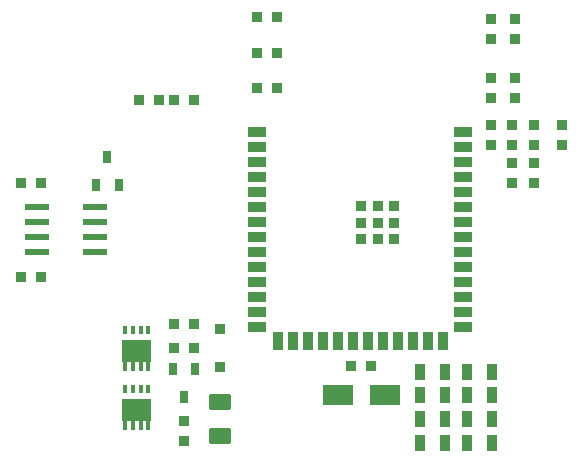
<source format=gbp>
G04*
G04 #@! TF.GenerationSoftware,Altium Limited,Altium Designer,23.4.1 (23)*
G04*
G04 Layer_Color=128*
%FSLAX44Y44*%
%MOMM*%
G71*
G04*
G04 #@! TF.SameCoordinates,BCA9E1CE-4A97-460D-BDD0-9E38B293511F*
G04*
G04*
G04 #@! TF.FilePolarity,Positive*
G04*
G01*
G75*
G04:AMPARAMS|DCode=36|XSize=0.9mm|YSize=0.8mm|CornerRadius=0.06mm|HoleSize=0mm|Usage=FLASHONLY|Rotation=180.000|XOffset=0mm|YOffset=0mm|HoleType=Round|Shape=RoundedRectangle|*
%AMROUNDEDRECTD36*
21,1,0.9000,0.6800,0,0,180.0*
21,1,0.7800,0.8000,0,0,180.0*
1,1,0.1200,-0.3900,0.3400*
1,1,0.1200,0.3900,0.3400*
1,1,0.1200,0.3900,-0.3400*
1,1,0.1200,-0.3900,-0.3400*
%
%ADD36ROUNDEDRECTD36*%
G04:AMPARAMS|DCode=39|XSize=0.9mm|YSize=0.8mm|CornerRadius=0.06mm|HoleSize=0mm|Usage=FLASHONLY|Rotation=270.000|XOffset=0mm|YOffset=0mm|HoleType=Round|Shape=RoundedRectangle|*
%AMROUNDEDRECTD39*
21,1,0.9000,0.6800,0,0,270.0*
21,1,0.7800,0.8000,0,0,270.0*
1,1,0.1200,-0.3400,-0.3900*
1,1,0.1200,-0.3400,0.3900*
1,1,0.1200,0.3400,0.3900*
1,1,0.1200,0.3400,-0.3900*
%
%ADD39ROUNDEDRECTD39*%
%ADD98R,1.5000X0.9000*%
%ADD99R,0.9000X1.5000*%
%ADD100R,0.9000X0.9000*%
G04:AMPARAMS|DCode=101|XSize=0.6mm|YSize=1.05mm|CornerRadius=0.045mm|HoleSize=0mm|Usage=FLASHONLY|Rotation=0.000|XOffset=0mm|YOffset=0mm|HoleType=Round|Shape=RoundedRectangle|*
%AMROUNDEDRECTD101*
21,1,0.6000,0.9600,0,0,0.0*
21,1,0.5100,1.0500,0,0,0.0*
1,1,0.0900,0.2550,-0.4800*
1,1,0.0900,-0.2550,-0.4800*
1,1,0.0900,-0.2550,0.4800*
1,1,0.0900,0.2550,0.4800*
%
%ADD101ROUNDEDRECTD101*%
G04:AMPARAMS|DCode=102|XSize=0.5334mm|YSize=1.9812mm|CornerRadius=0.0667mm|HoleSize=0mm|Usage=FLASHONLY|Rotation=90.000|XOffset=0mm|YOffset=0mm|HoleType=Round|Shape=RoundedRectangle|*
%AMROUNDEDRECTD102*
21,1,0.5334,1.8479,0,0,90.0*
21,1,0.4001,1.9812,0,0,90.0*
1,1,0.1333,0.9239,0.2000*
1,1,0.1333,0.9239,-0.2000*
1,1,0.1333,-0.9239,-0.2000*
1,1,0.1333,-0.9239,0.2000*
%
%ADD102ROUNDEDRECTD102*%
%ADD103R,0.9500X0.9000*%
G04:AMPARAMS|DCode=104|XSize=1.34mm|YSize=1.8mm|CornerRadius=0.067mm|HoleSize=0mm|Usage=FLASHONLY|Rotation=270.000|XOffset=0mm|YOffset=0mm|HoleType=Round|Shape=RoundedRectangle|*
%AMROUNDEDRECTD104*
21,1,1.3400,1.6660,0,0,270.0*
21,1,1.2060,1.8000,0,0,270.0*
1,1,0.1340,-0.8330,-0.6030*
1,1,0.1340,-0.8330,0.6030*
1,1,0.1340,0.8330,0.6030*
1,1,0.1340,0.8330,-0.6030*
%
%ADD104ROUNDEDRECTD104*%
%ADD105R,0.4200X0.8000*%
%ADD106R,0.4200X0.8128*%
G04:AMPARAMS|DCode=107|XSize=0.9mm|YSize=1.4mm|CornerRadius=0.0675mm|HoleSize=0mm|Usage=FLASHONLY|Rotation=0.000|XOffset=0mm|YOffset=0mm|HoleType=Round|Shape=RoundedRectangle|*
%AMROUNDEDRECTD107*
21,1,0.9000,1.2650,0,0,0.0*
21,1,0.7650,1.4000,0,0,0.0*
1,1,0.1350,0.3825,-0.6325*
1,1,0.1350,-0.3825,-0.6325*
1,1,0.1350,-0.3825,0.6325*
1,1,0.1350,0.3825,0.6325*
%
%ADD107ROUNDEDRECTD107*%
%ADD108R,2.5000X1.7000*%
G36*
X122192Y56858D02*
X97808D01*
Y38570D01*
X122192D01*
Y56858D01*
D02*
G37*
G36*
Y106858D02*
X97808D01*
Y88570D01*
X122192D01*
Y106858D01*
D02*
G37*
D36*
X211500Y380000D02*
D03*
X228500D02*
D03*
X158500Y310000D02*
D03*
X141500D02*
D03*
X111500D02*
D03*
X128500D02*
D03*
X28500Y240000D02*
D03*
X11500D02*
D03*
X28500Y160000D02*
D03*
X11500D02*
D03*
X158500Y100000D02*
D03*
X141500D02*
D03*
X141500Y120000D02*
D03*
X158500D02*
D03*
X291500Y85000D02*
D03*
X308500D02*
D03*
X228500Y320000D02*
D03*
X211500D02*
D03*
X228500Y350000D02*
D03*
X211500D02*
D03*
D39*
X428000Y239500D02*
D03*
Y256500D02*
D03*
X446000Y288500D02*
D03*
Y271500D02*
D03*
X430000Y311500D02*
D03*
Y328500D02*
D03*
X410000Y378500D02*
D03*
Y361500D02*
D03*
X150000Y38500D02*
D03*
Y21500D02*
D03*
X470000Y271500D02*
D03*
Y288500D02*
D03*
X430000Y361500D02*
D03*
Y378500D02*
D03*
X410000Y328500D02*
D03*
Y311500D02*
D03*
X446000Y256500D02*
D03*
Y239500D02*
D03*
X428000Y271500D02*
D03*
Y288500D02*
D03*
X410000Y271500D02*
D03*
Y288500D02*
D03*
D98*
X211500Y283200D02*
D03*
Y270500D02*
D03*
Y257800D02*
D03*
Y245100D02*
D03*
Y232400D02*
D03*
Y219700D02*
D03*
Y207000D02*
D03*
Y194300D02*
D03*
Y181600D02*
D03*
Y168900D02*
D03*
Y156200D02*
D03*
Y143500D02*
D03*
Y130800D02*
D03*
Y118100D02*
D03*
X386500D02*
D03*
Y130800D02*
D03*
Y143500D02*
D03*
Y156200D02*
D03*
Y168900D02*
D03*
Y181600D02*
D03*
Y194300D02*
D03*
Y207000D02*
D03*
Y219700D02*
D03*
Y232400D02*
D03*
Y245100D02*
D03*
Y257800D02*
D03*
Y270500D02*
D03*
Y283200D02*
D03*
D99*
X229150Y105600D02*
D03*
X241850D02*
D03*
X254550D02*
D03*
X267250D02*
D03*
X279950D02*
D03*
X292650D02*
D03*
X305350D02*
D03*
X318050D02*
D03*
X330750D02*
D03*
X343450D02*
D03*
X356150D02*
D03*
X368850D02*
D03*
D100*
X300000Y220000D02*
D03*
X314000D02*
D03*
X328000D02*
D03*
X300000Y192000D02*
D03*
X314000D02*
D03*
X328000D02*
D03*
X300000Y206000D02*
D03*
X328000D02*
D03*
X314000D02*
D03*
D101*
X94500Y238150D02*
D03*
X75500D02*
D03*
X85000Y261850D02*
D03*
X140500Y81850D02*
D03*
X159500D02*
D03*
X150000Y58150D02*
D03*
D102*
X25363Y193651D02*
D03*
Y206351D02*
D03*
Y219051D02*
D03*
Y180951D02*
D03*
X74639D02*
D03*
Y193651D02*
D03*
Y206351D02*
D03*
Y219051D02*
D03*
D103*
X180000Y84250D02*
D03*
Y115750D02*
D03*
D104*
Y25700D02*
D03*
Y54300D02*
D03*
D105*
X100250Y65494D02*
D03*
X106750D02*
D03*
X113250D02*
D03*
X119750D02*
D03*
X100250Y115494D02*
D03*
X106750D02*
D03*
X113250D02*
D03*
X119750D02*
D03*
D106*
Y34506D02*
D03*
X113250D02*
D03*
X106750D02*
D03*
X100250D02*
D03*
X119750Y84506D02*
D03*
X113250D02*
D03*
X106750D02*
D03*
X100250D02*
D03*
D107*
X370500Y40000D02*
D03*
X349500D02*
D03*
X370500Y80000D02*
D03*
X349500D02*
D03*
X370500Y20000D02*
D03*
X349500D02*
D03*
Y60000D02*
D03*
X370500D02*
D03*
X389500Y80000D02*
D03*
X410500D02*
D03*
X389500Y60000D02*
D03*
X410500D02*
D03*
X389500Y40000D02*
D03*
X410500D02*
D03*
X389500Y20000D02*
D03*
X410500D02*
D03*
D108*
X280000Y60000D02*
D03*
X320000D02*
D03*
M02*

</source>
